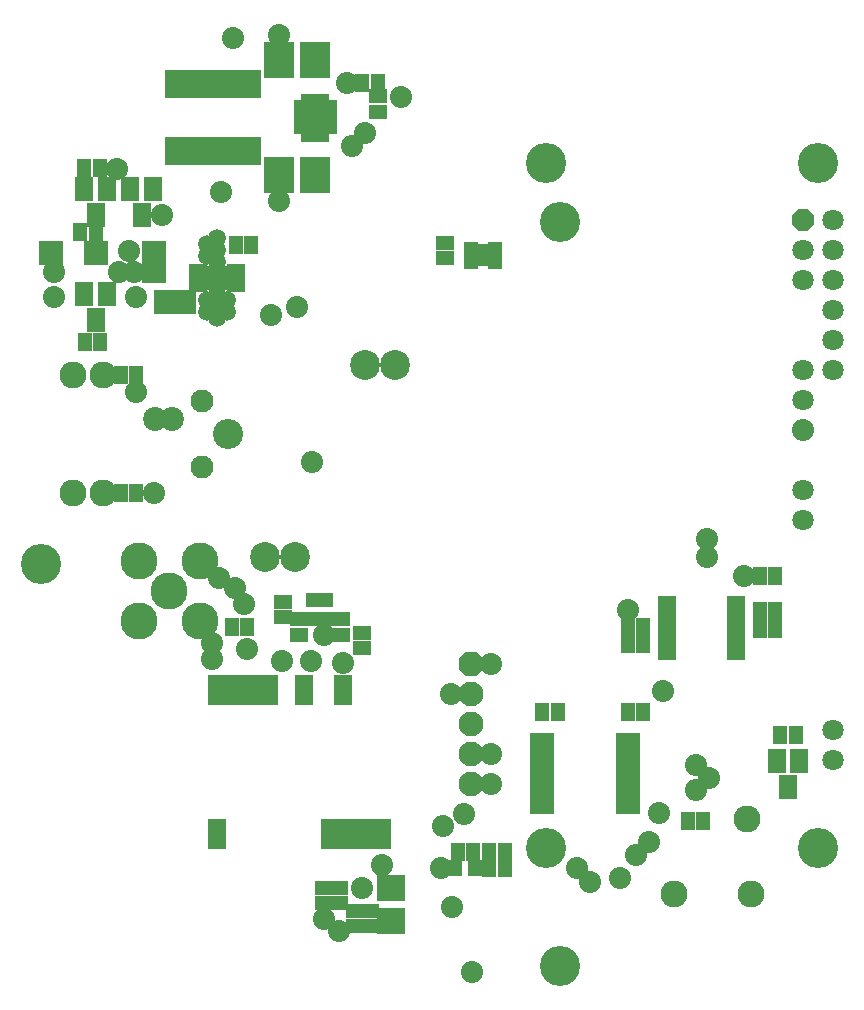
<source format=gts>
G75*
%MOIN*%
%OFA0B0*%
%FSLAX24Y24*%
%IPPOS*%
%LPD*%
%AMOC8*
5,1,8,0,0,1.08239X$1,22.5*
%
%ADD10C,0.1339*%
%ADD11R,0.0512X0.0591*%
%ADD12R,0.0748X0.0827*%
%ADD13R,0.0827X0.0748*%
%ADD14R,0.0630X0.0787*%
%ADD15R,0.0827X0.0394*%
%ADD16R,0.0512X0.0354*%
%ADD17R,0.0551X0.0780*%
%ADD18R,0.0591X0.0512*%
%ADD19R,0.1004X0.1220*%
%ADD20C,0.0736*%
%ADD21C,0.0896*%
%ADD22C,0.0996*%
%ADD23C,0.1236*%
%ADD24R,0.0394X0.0512*%
%ADD25R,0.0945X0.0866*%
%ADD26C,0.0768*%
%ADD27C,0.1004*%
%ADD28R,0.0472X0.0551*%
%ADD29OC8,0.0827*%
%ADD30C,0.0827*%
%ADD31R,0.0925X0.0807*%
%ADD32R,0.0630X0.0354*%
%ADD33R,0.0433X0.0354*%
%ADD34R,0.0925X0.1614*%
%ADD35R,0.0626X0.0356*%
%ADD36R,0.3189X0.0945*%
%ADD37R,0.0787X0.0787*%
%ADD38R,0.0591X0.1024*%
%ADD39OC8,0.0709*%
%ADD40C,0.0709*%
%ADD41C,0.0531*%
%ADD42C,0.0591*%
%ADD43C,0.0796*%
D10*
X009441Y021289D03*
X026285Y011832D03*
X026763Y007905D03*
X035340Y011832D03*
X026763Y032706D03*
X026285Y034667D03*
X026285Y034667D03*
X035340Y034667D03*
D11*
X020671Y037326D03*
X020159Y037326D03*
X016448Y031939D03*
X015937Y031939D03*
X011275Y032358D03*
X010763Y032358D03*
X010901Y034484D03*
X011413Y034484D03*
X011415Y028691D03*
X010903Y028691D03*
X012118Y027588D03*
X012630Y027588D03*
X012630Y023651D03*
X012118Y023651D03*
X015815Y019198D03*
X016326Y019198D03*
X023342Y011712D03*
X023854Y011712D03*
X024397Y011712D03*
X024909Y011712D03*
X024909Y011161D03*
X024397Y011161D03*
X026169Y016362D03*
X026681Y016362D03*
X029023Y016362D03*
X029535Y016362D03*
X029535Y018620D03*
X029023Y018620D03*
X029023Y019210D03*
X029535Y019210D03*
X033409Y019133D03*
X033921Y019133D03*
X033921Y019724D03*
X033409Y019724D03*
X033409Y020905D03*
X033921Y020905D03*
X034092Y015608D03*
X034604Y015608D03*
X031529Y012736D03*
X031017Y012736D03*
D12*
X014244Y030041D03*
X013574Y030041D03*
D13*
X013218Y031029D03*
X013218Y031698D03*
D14*
X011649Y030305D03*
X010901Y030305D03*
X011275Y029439D03*
X011275Y032929D03*
X010901Y033795D03*
X011649Y033795D03*
X012435Y033795D03*
X013183Y033795D03*
X012809Y032929D03*
X033974Y014748D03*
X034722Y014748D03*
X034348Y013881D03*
D15*
X029023Y013931D03*
X029023Y014187D03*
X029023Y014443D03*
X029023Y014698D03*
X029023Y014954D03*
X029023Y015210D03*
X029023Y015466D03*
X029023Y013675D03*
X029023Y013419D03*
X029023Y013163D03*
X026169Y013163D03*
X026169Y013419D03*
X026169Y013675D03*
X026169Y013931D03*
X026169Y014187D03*
X026169Y014443D03*
X026169Y014698D03*
X026169Y014954D03*
X026169Y015210D03*
X026169Y015466D03*
D16*
X024576Y031293D03*
X024576Y031490D03*
X024576Y031687D03*
X024576Y031883D03*
X023797Y031883D03*
X023797Y031687D03*
X023797Y031490D03*
X023797Y031293D03*
D17*
X024187Y031588D03*
D18*
X022923Y031490D03*
X022923Y032002D03*
X020673Y036380D03*
X020673Y036891D03*
X017531Y020029D03*
X017531Y019517D03*
X018063Y019458D03*
X018063Y018946D03*
X019441Y018946D03*
X019441Y019458D03*
X020149Y019009D03*
X020149Y018498D03*
X019380Y010498D03*
X018870Y010496D03*
X018870Y009984D03*
X019380Y009986D03*
X019913Y009734D03*
X020425Y009734D03*
X020425Y009222D03*
X019913Y009222D03*
D19*
X018602Y034275D03*
X017401Y034275D03*
X017401Y038088D03*
X018602Y038088D03*
D20*
X019653Y037326D03*
X018602Y036183D03*
X019815Y035244D03*
X020254Y035683D03*
X021437Y036858D03*
X017401Y038948D03*
X015856Y038817D03*
X011988Y034476D03*
X013492Y032929D03*
X012380Y031730D03*
X012555Y031029D03*
X012055Y031029D03*
X012635Y030193D03*
X009880Y030187D03*
X009880Y031029D03*
X012630Y027049D03*
X013226Y023651D03*
X015395Y020846D03*
X015907Y020492D03*
X016222Y019960D03*
X016324Y018470D03*
X015159Y018651D03*
X015159Y018139D03*
X017472Y018070D03*
X018468Y018070D03*
X019519Y018015D03*
X018895Y018946D03*
X023122Y016954D03*
X024452Y017954D03*
X024452Y014954D03*
X024452Y013954D03*
X023563Y012978D03*
X022868Y012551D03*
X022781Y011161D03*
X023147Y009860D03*
X023811Y007691D03*
X020169Y010502D03*
X020834Y011257D03*
X018870Y009478D03*
X019380Y009051D03*
X027328Y011159D03*
X027757Y010712D03*
X028742Y010826D03*
X029283Y011598D03*
X029732Y012025D03*
X030061Y012992D03*
X031273Y013754D03*
X031720Y014181D03*
X031273Y014608D03*
X030177Y017067D03*
X029023Y019756D03*
X031657Y021519D03*
X031669Y022137D03*
X032901Y020905D03*
X034840Y025750D03*
X018486Y024693D03*
X017112Y029608D03*
X017992Y029878D03*
X017401Y033415D03*
X015460Y033704D03*
D21*
X011515Y027588D03*
X010515Y027588D03*
X010515Y023651D03*
X011515Y023651D03*
X030566Y010307D03*
X033126Y010307D03*
X032998Y012795D03*
D22*
X017915Y021535D03*
X016931Y021535D03*
X020257Y027943D03*
X021242Y027943D03*
D23*
X014736Y021407D03*
X013732Y020403D03*
X014736Y019399D03*
X012728Y019399D03*
X012728Y021407D03*
D24*
X018476Y020088D03*
X018732Y020088D03*
X018988Y020088D03*
X018988Y019458D03*
X018732Y019458D03*
X018476Y019458D03*
D25*
X021114Y010502D03*
X021114Y009399D03*
D26*
X014824Y024517D03*
X014824Y026722D03*
D27*
X015691Y025620D03*
D28*
X023263Y011161D03*
X023933Y011161D03*
D29*
X023787Y017954D03*
D30*
X023787Y016954D03*
X023787Y015954D03*
X023787Y014954D03*
X023787Y013954D03*
D31*
X015326Y030832D03*
D32*
X014696Y030734D03*
X014696Y030931D03*
X014696Y031128D03*
X014696Y030537D03*
X015956Y030537D03*
X015956Y030734D03*
X015956Y030931D03*
X015956Y031128D03*
D33*
X018080Y035789D03*
X018080Y035986D03*
X018080Y036183D03*
X018080Y036380D03*
X018080Y036616D03*
X019124Y036616D03*
X019124Y036380D03*
X019124Y036183D03*
X019124Y035986D03*
X019124Y035789D03*
D34*
X018602Y036183D03*
D35*
X030323Y020069D03*
X030323Y019813D03*
X030323Y019557D03*
X030323Y019301D03*
X030323Y019045D03*
X030323Y018789D03*
X030323Y018533D03*
X030323Y018277D03*
X032621Y018277D03*
X032621Y018533D03*
X032621Y018789D03*
X032621Y019045D03*
X032621Y019301D03*
X032621Y019557D03*
X032621Y019813D03*
X032621Y020069D03*
D36*
X015198Y035080D03*
X015198Y037285D03*
D37*
X011275Y031669D03*
X009779Y031669D03*
D38*
X015307Y012293D03*
X019086Y012293D03*
X019519Y012293D03*
X019952Y012293D03*
X020385Y012293D03*
X020819Y012293D03*
X019519Y017096D03*
X018220Y017096D03*
X017039Y017096D03*
X016606Y017096D03*
X016173Y017096D03*
X015740Y017096D03*
X015307Y017096D03*
D39*
X034840Y032750D03*
D40*
X035840Y032750D03*
X035840Y031750D03*
X034840Y031750D03*
X034840Y030750D03*
X035840Y030750D03*
X035840Y029750D03*
X035840Y028750D03*
X035840Y027750D03*
X034840Y027750D03*
X034840Y026750D03*
X034840Y023750D03*
X034840Y022750D03*
X035840Y015750D03*
X035840Y014750D03*
D41*
X015492Y030710D03*
X015492Y030952D03*
X015161Y030952D03*
X015161Y030710D03*
D42*
X015326Y030287D03*
X014984Y030088D03*
X015326Y029889D03*
X015669Y029691D03*
X015326Y029492D03*
X014982Y029691D03*
X015669Y030088D03*
X015326Y031374D03*
X014984Y031572D03*
X015326Y031771D03*
X014984Y031970D03*
X015326Y032169D03*
D43*
X013817Y026131D03*
X013254Y026131D03*
M02*

</source>
